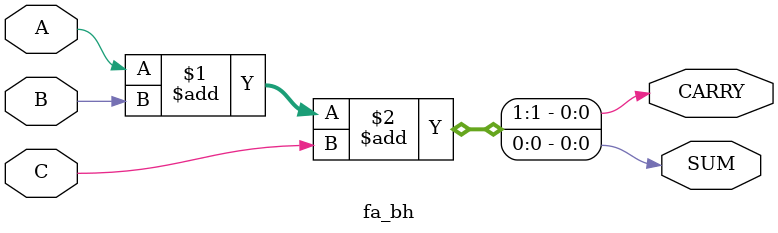
<source format=sv>
module fa_bh (
  // inputs
  input  logic A, 
  input  logic B,
  input  logic C,
  // outputs
  output logic SUM,
  output logic CARRY
);
  // logic
  assign {CARRY, SUM} = A + B + C;

endmodule

</source>
